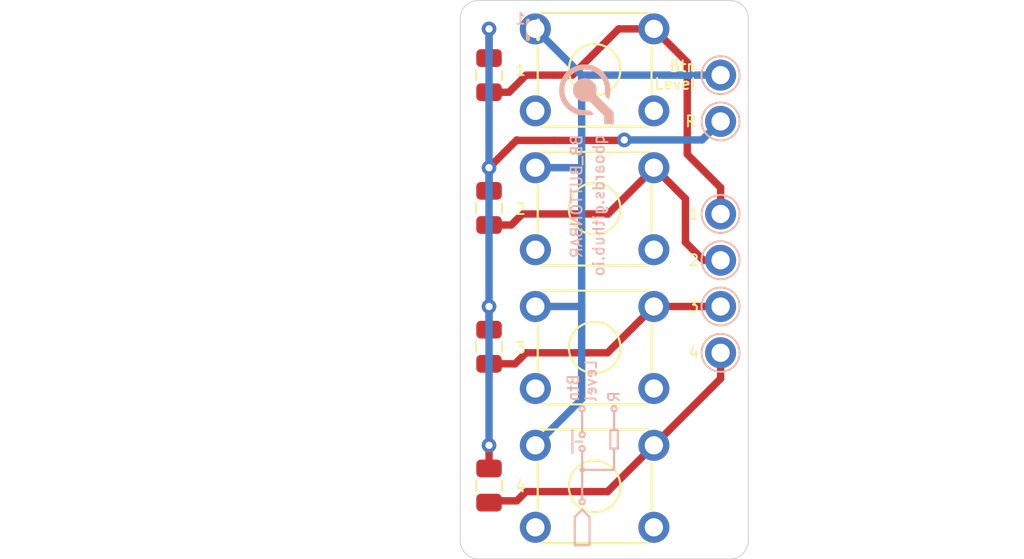
<source format=kicad_pcb>
(kicad_pcb (version 20171130) (host pcbnew "(5.1.2)-1")

  (general
    (thickness 1.2)
    (drawings 37)
    (tracks 60)
    (zones 0)
    (modules 16)
    (nets 7)
  )

  (page A4)
  (title_block
    (title BB-BUTTONBAR)
    (rev 1)
    (company QBoards)
    (comment 1 "Button array breakout with pull up/down resistor")
  )

  (layers
    (0 F.Cu signal)
    (31 B.Cu signal)
    (32 B.Adhes user hide)
    (33 F.Adhes user hide)
    (34 B.Paste user hide)
    (35 F.Paste user hide)
    (36 B.SilkS user)
    (37 F.SilkS user hide)
    (38 B.Mask user hide)
    (39 F.Mask user hide)
    (40 Dwgs.User user hide)
    (41 Cmts.User user hide)
    (42 Eco1.User user hide)
    (43 Eco2.User user hide)
    (44 Edge.Cuts user)
    (45 Margin user hide)
    (46 B.CrtYd user hide)
    (47 F.CrtYd user hide)
    (48 B.Fab user hide)
    (49 F.Fab user hide)
  )

  (setup
    (last_trace_width 0.406)
    (user_trace_width 0.406)
    (trace_clearance 0.2032)
    (zone_clearance 0.508)
    (zone_45_only no)
    (trace_min 0.1524)
    (via_size 0.8)
    (via_drill 0.4)
    (via_min_size 0.4)
    (via_min_drill 0.3048)
    (uvia_size 0.3)
    (uvia_drill 0.1)
    (uvias_allowed no)
    (uvia_min_size 0.2)
    (uvia_min_drill 0.1)
    (edge_width 0.05)
    (segment_width 0.2)
    (pcb_text_width 0.3)
    (pcb_text_size 1.5 1.5)
    (mod_edge_width 0.12)
    (mod_text_size 1 1)
    (mod_text_width 0.15)
    (pad_size 1.524 1.524)
    (pad_drill 0.762)
    (pad_to_mask_clearance 0.051)
    (solder_mask_min_width 0.25)
    (aux_axis_origin 0 0)
    (visible_elements 7FFFFFFF)
    (pcbplotparams
      (layerselection 0x010fc_ffffffff)
      (usegerberextensions false)
      (usegerberattributes false)
      (usegerberadvancedattributes false)
      (creategerberjobfile false)
      (excludeedgelayer true)
      (linewidth 0.100000)
      (plotframeref false)
      (viasonmask false)
      (mode 1)
      (useauxorigin false)
      (hpglpennumber 1)
      (hpglpenspeed 20)
      (hpglpendiameter 15.000000)
      (psnegative false)
      (psa4output false)
      (plotreference true)
      (plotvalue true)
      (plotinvisibletext false)
      (padsonsilk false)
      (subtractmaskfromsilk false)
      (outputformat 1)
      (mirror false)
      (drillshape 0)
      (scaleselection 1)
      (outputdirectory "output/"))
  )

  (net 0 "")
  (net 1 "Net-(J2-Pad1)")
  (net 2 "Net-(J1-Pad1)")
  (net 3 "Net-(J3-Pad1)")
  (net 4 "Net-(J4-Pad1)")
  (net 5 "Net-(LEVEL1-Pad1)")
  (net 6 "Net-(LEVEL2-Pad1)")

  (net_class Default "This is the default net class."
    (clearance 0.2032)
    (trace_width 0.2032)
    (via_dia 0.8)
    (via_drill 0.4)
    (uvia_dia 0.3)
    (uvia_drill 0.1)
    (add_net "Net-(J1-Pad1)")
    (add_net "Net-(J2-Pad1)")
    (add_net "Net-(J3-Pad1)")
    (add_net "Net-(J4-Pad1)")
    (add_net "Net-(LEVEL1-Pad1)")
    (add_net "Net-(LEVEL2-Pad1)")
  )

  (module qboards_aesthetics:logo_url-3mm (layer B.Cu) (tedit 5CF579B1) (tstamp 601290B4)
    (at 165.2778 94.742 270)
    (fp_text reference BB_BUTTONBAR (at 2.4384 0.4572 90) (layer B.SilkS)
      (effects (font (size 0.6 0.6) (thickness 0.1)) (justify left mirror))
    )
    (fp_text value LOGO_BRD_REF (at 0 -2.3622 90) (layer B.SilkS) hide
      (effects (font (size 0.6 0.6) (thickness 0.1)) (justify mirror))
    )
    (fp_text user qboards.github.io (at 2.4384 -0.762 90) (layer B.SilkS)
      (effects (font (size 0.6 0.6) (thickness 0.1)) (justify left mirror))
    )
    (fp_poly (pts (xy 0.301751 1.394461) (xy 0.582667 1.316111) (xy 0.844161 1.176542) (xy 1.075553 0.974514)
      (xy 1.266161 0.708785) (xy 1.303875 0.636973) (xy 1.37773 0.475836) (xy 1.419998 0.342842)
      (xy 1.439126 0.20029) (xy 1.443566 0.013664) (xy 1.439594 -0.157438) (xy 1.429078 -0.303015)
      (xy 1.414115 -0.396238) (xy 1.410711 -0.406392) (xy 1.383931 -0.456332) (xy 1.348489 -0.45341)
      (xy 1.279461 -0.394371) (xy 1.273128 -0.388429) (xy 1.21484 -0.321997) (xy 1.182885 -0.243632)
      (xy 1.169652 -0.126196) (xy 1.16747 -0.011671) (xy 1.130012 0.29018) (xy 1.02716 0.553497)
      (xy 0.869991 0.773577) (xy 0.669584 0.945712) (xy 0.437018 1.065199) (xy 0.183372 1.127332)
      (xy -0.080277 1.127405) (xy -0.342849 1.060714) (xy -0.593266 0.922552) (xy -0.738616 0.797882)
      (xy -0.922376 0.561969) (xy -1.032169 0.306442) (xy -1.072891 0.042499) (xy -1.049439 -0.218666)
      (xy -0.966708 -0.465853) (xy -0.829594 -0.687868) (xy -0.642992 -0.873513) (xy -0.411797 -1.011592)
      (xy -0.140906 -1.090908) (xy 0.09333 -1.104832) (xy 0.248968 -1.102978) (xy 0.34842 -1.116252)
      (xy 0.419803 -1.151909) (xy 0.478353 -1.204178) (xy 0.587693 -1.313518) (xy 0.422963 -1.359256)
      (xy 0.178868 -1.397375) (xy -0.090528 -1.392549) (xy -0.338117 -1.345713) (xy -0.343492 -1.344052)
      (xy -0.660977 -1.204782) (xy -0.925946 -1.007348) (xy -1.132568 -0.76185) (xy -1.275016 -0.47839)
      (xy -1.347458 -0.167068) (xy -1.344068 0.162016) (xy -1.311358 0.333052) (xy -1.193529 0.648479)
      (xy -1.020362 0.911375) (xy -0.802536 1.1205) (xy -0.550731 1.274612) (xy -0.275628 1.372471)
      (xy 0.012092 1.412834) (xy 0.301751 1.394461)) (layer B.SilkS) (width 0.01))
    (fp_poly (pts (xy 0.229107 0.630267) (xy 0.384132 0.565267) (xy 0.392712 0.559141) (xy 0.571873 0.387566)
      (xy 0.671563 0.193924) (xy 0.695785 -0.029709) (xy 0.695247 -0.039303) (xy 0.681566 -0.260639)
      (xy 1.082897 -0.66372) (xy 1.484227 -1.0668) (xy 1.9304 -1.0668) (xy 1.9304 -1.5748)
      (xy 1.272852 -1.5748) (xy 0.794695 -1.095283) (xy 0.316537 -0.615765) (xy 0.096885 -0.633387)
      (xy -0.056582 -0.636172) (xy -0.169617 -0.608257) (xy -0.267041 -0.551988) (xy -0.441484 -0.406408)
      (xy -0.543765 -0.250165) (xy -0.585771 -0.062377) (xy -0.588434 0.0127) (xy -0.563995 0.217089)
      (xy -0.482479 0.383076) (xy -0.331592 0.533767) (xy -0.296964 0.560417) (xy -0.146721 0.627908)
      (xy 0.040396 0.651169) (xy 0.229107 0.630267)) (layer B.SilkS) (width 0.01))
  )

  (module qboards_aesthetics:breadboard-guide (layer F.Cu) (tedit 5CF80C42) (tstamp 6011D50D)
    (at 137.16 93.98)
    (fp_text reference REF** (at 53.34 10.16 90) (layer F.SilkS) hide
      (effects (font (size 0.8 0.8) (thickness 0.15)))
    )
    (fp_text value breadboard-guide (at -5.08 11.43 90) (layer F.Fab) hide
      (effects (font (size 1 1) (thickness 0.15)))
    )
    (fp_line (start 52.07 24.13) (end 52.07 -1.27) (layer F.Fab) (width 0.3))
    (fp_line (start -3.81 24.13) (end -3.81 -1.27) (layer F.Fab) (width 0.3))
    (fp_circle (center 15.24 22.86) (end 15.763634 22.86) (layer F.Fab) (width 0.4))
    (fp_circle (center 15.24 20.32) (end 15.763634 20.32) (layer F.Fab) (width 0.4))
    (fp_circle (center 15.24 17.78) (end 15.763634 17.78) (layer F.Fab) (width 0.4))
    (fp_circle (center 15.24 15.24) (end 15.763634 15.24) (layer F.Fab) (width 0.4))
    (fp_circle (center 15.24 12.7) (end 15.763634 12.7) (layer F.Fab) (width 0.4))
    (fp_circle (center 15.24 10.16) (end 15.763634 10.16) (layer F.Fab) (width 0.4))
    (fp_circle (center 15.24 7.62) (end 15.763634 7.62) (layer F.Fab) (width 0.4))
    (fp_circle (center 15.24 5.08) (end 15.763634 5.08) (layer F.Fab) (width 0.4))
    (fp_circle (center 15.24 2.54) (end 15.763634 2.54) (layer F.Fab) (width 0.4))
    (fp_circle (center 27.94 22.86) (end 28.463634 22.86) (layer F.Fab) (width 0.4))
    (fp_circle (center 27.94 20.32) (end 28.463634 20.32) (layer F.Fab) (width 0.4))
    (fp_circle (center 27.94 17.78) (end 28.463634 17.78) (layer F.Fab) (width 0.4))
    (fp_circle (center 27.94 15.24) (end 28.463634 15.24) (layer F.Fab) (width 0.4))
    (fp_circle (center 27.94 12.7) (end 28.463634 12.7) (layer F.Fab) (width 0.4))
    (fp_circle (center 27.94 10.16) (end 28.463634 10.16) (layer F.Fab) (width 0.4))
    (fp_circle (center 27.94 7.62) (end 28.463634 7.62) (layer F.Fab) (width 0.4))
    (fp_circle (center 27.94 5.08) (end 28.463634 5.08) (layer F.Fab) (width 0.4))
    (fp_circle (center 27.94 2.54) (end 28.463634 2.54) (layer F.Fab) (width 0.4))
    (fp_circle (center 2.524366 22.86) (end 3.048 22.86) (layer F.Fab) (width 0.4))
    (fp_circle (center 2.524366 20.32) (end 3.048 20.32) (layer F.Fab) (width 0.4))
    (fp_circle (center 2.524366 17.78) (end 3.048 17.78) (layer F.Fab) (width 0.4))
    (fp_circle (center 2.524366 15.24) (end 3.048 15.24) (layer F.Fab) (width 0.4))
    (fp_circle (center 2.524366 12.7) (end 3.048 12.7) (layer F.Fab) (width 0.4))
    (fp_circle (center 2.524366 10.16) (end 3.048 10.16) (layer F.Fab) (width 0.4))
    (fp_circle (center 2.524366 7.62) (end 3.048 7.62) (layer F.Fab) (width 0.4))
    (fp_circle (center 2.524366 5.08) (end 3.048 5.08) (layer F.Fab) (width 0.4))
    (fp_circle (center 2.524366 2.54) (end 3.048 2.54) (layer F.Fab) (width 0.4))
    (fp_circle (center 12.7 22.86) (end 13.223634 22.86) (layer F.Fab) (width 0.4))
    (fp_circle (center 12.7 20.32) (end 13.223634 20.32) (layer F.Fab) (width 0.4))
    (fp_circle (center 12.7 17.78) (end 13.223634 17.78) (layer F.Fab) (width 0.4))
    (fp_circle (center 12.7 15.24) (end 13.223634 15.24) (layer F.Fab) (width 0.4))
    (fp_circle (center 12.7 12.7) (end 13.223634 12.7) (layer F.Fab) (width 0.4))
    (fp_circle (center 12.7 10.16) (end 13.223634 10.16) (layer F.Fab) (width 0.4))
    (fp_circle (center 12.7 7.62) (end 13.223634 7.62) (layer F.Fab) (width 0.4))
    (fp_circle (center 12.7 5.08) (end 13.223634 5.08) (layer F.Fab) (width 0.4))
    (fp_circle (center 12.7 2.54) (end 13.223634 2.54) (layer F.Fab) (width 0.4))
    (fp_circle (center 17.78 22.86) (end 18.303634 22.86) (layer F.Fab) (width 0.4))
    (fp_circle (center 17.78 20.32) (end 18.303634 20.32) (layer F.Fab) (width 0.4))
    (fp_circle (center 17.78 17.78) (end 18.303634 17.78) (layer F.Fab) (width 0.4))
    (fp_circle (center 17.78 15.24) (end 18.303634 15.24) (layer F.Fab) (width 0.4))
    (fp_circle (center 17.78 12.7) (end 18.303634 12.7) (layer F.Fab) (width 0.4))
    (fp_circle (center 17.78 10.16) (end 18.303634 10.16) (layer F.Fab) (width 0.4))
    (fp_circle (center 17.78 7.62) (end 18.303634 7.62) (layer F.Fab) (width 0.4))
    (fp_circle (center 17.78 5.08) (end 18.303634 5.08) (layer F.Fab) (width 0.4))
    (fp_circle (center 17.78 2.54) (end 18.303634 2.54) (layer F.Fab) (width 0.4))
    (fp_circle (center 48.244366 22.86) (end 48.768 22.86) (layer F.Fab) (width 0.4))
    (fp_circle (center 48.244366 20.32) (end 48.768 20.32) (layer F.Fab) (width 0.4))
    (fp_circle (center 48.244366 17.78) (end 48.768 17.78) (layer F.Fab) (width 0.4))
    (fp_circle (center 48.244366 15.24) (end 48.768 15.24) (layer F.Fab) (width 0.4))
    (fp_circle (center 48.244366 12.7) (end 48.768 12.7) (layer F.Fab) (width 0.4))
    (fp_circle (center 48.244366 10.16) (end 48.768 10.16) (layer F.Fab) (width 0.4))
    (fp_circle (center 48.244366 7.62) (end 48.768 7.62) (layer F.Fab) (width 0.4))
    (fp_circle (center 48.244366 5.08) (end 48.768 5.08) (layer F.Fab) (width 0.4))
    (fp_circle (center 48.244366 2.54) (end 48.768 2.54) (layer F.Fab) (width 0.4))
    (fp_circle (center 45.72 22.86) (end 46.243634 22.86) (layer F.Fab) (width 0.4))
    (fp_circle (center 45.72 20.32) (end 46.243634 20.32) (layer F.Fab) (width 0.4))
    (fp_circle (center 45.72 17.78) (end 46.243634 17.78) (layer F.Fab) (width 0.4))
    (fp_circle (center 45.72 15.24) (end 46.243634 15.24) (layer F.Fab) (width 0.4))
    (fp_circle (center 45.72 12.7) (end 46.243634 12.7) (layer F.Fab) (width 0.4))
    (fp_circle (center 45.72 10.16) (end 46.243634 10.16) (layer F.Fab) (width 0.4))
    (fp_circle (center 45.72 7.62) (end 46.243634 7.62) (layer F.Fab) (width 0.4))
    (fp_circle (center 45.72 5.08) (end 46.243634 5.08) (layer F.Fab) (width 0.4))
    (fp_circle (center 45.72 2.54) (end 46.243634 2.54) (layer F.Fab) (width 0.4))
    (fp_circle (center 0 22.86) (end 0.523634 22.86) (layer F.Fab) (width 0.4))
    (fp_circle (center 0 20.32) (end 0.523634 20.32) (layer F.Fab) (width 0.4))
    (fp_circle (center 0 17.78) (end 0.523634 17.78) (layer F.Fab) (width 0.4))
    (fp_circle (center 0 15.24) (end 0.523634 15.24) (layer F.Fab) (width 0.4))
    (fp_circle (center 0 12.7) (end 0.523634 12.7) (layer F.Fab) (width 0.4))
    (fp_circle (center 0 10.16) (end 0.523634 10.16) (layer F.Fab) (width 0.4))
    (fp_circle (center 0 7.62) (end 0.523634 7.62) (layer F.Fab) (width 0.4))
    (fp_circle (center 0 5.08) (end 0.523634 5.08) (layer F.Fab) (width 0.4))
    (fp_circle (center 0 2.54) (end 0.523634 2.54) (layer F.Fab) (width 0.4))
    (fp_circle (center 20.304366 22.86) (end 20.828 22.86) (layer F.Fab) (width 0.4))
    (fp_circle (center 20.304366 20.32) (end 20.828 20.32) (layer F.Fab) (width 0.4))
    (fp_circle (center 20.304366 17.78) (end 20.828 17.78) (layer F.Fab) (width 0.4))
    (fp_circle (center 20.304366 15.24) (end 20.828 15.24) (layer F.Fab) (width 0.4))
    (fp_circle (center 20.304366 12.7) (end 20.828 12.7) (layer F.Fab) (width 0.4))
    (fp_circle (center 20.304366 10.16) (end 20.828 10.16) (layer F.Fab) (width 0.4))
    (fp_circle (center 20.304366 7.62) (end 20.828 7.62) (layer F.Fab) (width 0.4))
    (fp_circle (center 20.304366 5.08) (end 20.828 5.08) (layer F.Fab) (width 0.4))
    (fp_circle (center 20.304366 2.54) (end 20.828 2.54) (layer F.Fab) (width 0.4))
    (fp_circle (center 10.16 22.86) (end 10.683634 22.86) (layer F.Fab) (width 0.4))
    (fp_circle (center 10.16 20.32) (end 10.683634 20.32) (layer F.Fab) (width 0.4))
    (fp_circle (center 10.16 17.78) (end 10.683634 17.78) (layer F.Fab) (width 0.4))
    (fp_circle (center 10.16 15.24) (end 10.683634 15.24) (layer F.Fab) (width 0.4))
    (fp_circle (center 10.16 12.7) (end 10.683634 12.7) (layer F.Fab) (width 0.4))
    (fp_circle (center 10.16 10.16) (end 10.683634 10.16) (layer F.Fab) (width 0.4))
    (fp_circle (center 10.16 7.62) (end 10.683634 7.62) (layer F.Fab) (width 0.4))
    (fp_circle (center 10.16 5.08) (end 10.683634 5.08) (layer F.Fab) (width 0.4))
    (fp_circle (center 10.16 2.54) (end 10.683634 2.54) (layer F.Fab) (width 0.4))
    (fp_circle (center 33.02 22.86) (end 33.543634 22.86) (layer F.Fab) (width 0.4))
    (fp_circle (center 33.02 20.32) (end 33.543634 20.32) (layer F.Fab) (width 0.4))
    (fp_circle (center 33.02 17.78) (end 33.543634 17.78) (layer F.Fab) (width 0.4))
    (fp_circle (center 33.02 15.24) (end 33.543634 15.24) (layer F.Fab) (width 0.4))
    (fp_circle (center 33.02 12.7) (end 33.543634 12.7) (layer F.Fab) (width 0.4))
    (fp_circle (center 33.02 10.16) (end 33.543634 10.16) (layer F.Fab) (width 0.4))
    (fp_circle (center 33.02 7.62) (end 33.543634 7.62) (layer F.Fab) (width 0.4))
    (fp_circle (center 33.02 5.08) (end 33.543634 5.08) (layer F.Fab) (width 0.4))
    (fp_circle (center 33.02 2.54) (end 33.543634 2.54) (layer F.Fab) (width 0.4))
    (fp_circle (center 30.48 22.86) (end 31.003634 22.86) (layer F.Fab) (width 0.4))
    (fp_circle (center 30.48 20.32) (end 31.003634 20.32) (layer F.Fab) (width 0.4))
    (fp_circle (center 30.48 17.78) (end 31.003634 17.78) (layer F.Fab) (width 0.4))
    (fp_circle (center 30.48 15.24) (end 31.003634 15.24) (layer F.Fab) (width 0.4))
    (fp_circle (center 30.48 12.7) (end 31.003634 12.7) (layer F.Fab) (width 0.4))
    (fp_circle (center 30.48 10.16) (end 31.003634 10.16) (layer F.Fab) (width 0.4))
    (fp_circle (center 30.48 7.62) (end 31.003634 7.62) (layer F.Fab) (width 0.4))
    (fp_circle (center 30.48 5.08) (end 31.003634 5.08) (layer F.Fab) (width 0.4))
    (fp_circle (center 30.48 2.54) (end 31.003634 2.54) (layer F.Fab) (width 0.4))
    (fp_circle (center 35.56 22.86) (end 36.083634 22.86) (layer F.Fab) (width 0.4))
    (fp_circle (center 35.56 20.32) (end 36.083634 20.32) (layer F.Fab) (width 0.4))
    (fp_circle (center 35.56 17.78) (end 36.083634 17.78) (layer F.Fab) (width 0.4))
    (fp_circle (center 35.56 15.24) (end 36.083634 15.24) (layer F.Fab) (width 0.4))
    (fp_circle (center 35.56 12.7) (end 36.083634 12.7) (layer F.Fab) (width 0.4))
    (fp_circle (center 35.56 10.16) (end 36.083634 10.16) (layer F.Fab) (width 0.4))
    (fp_circle (center 35.56 7.62) (end 36.083634 7.62) (layer F.Fab) (width 0.4))
    (fp_circle (center 35.56 5.08) (end 36.083634 5.08) (layer F.Fab) (width 0.4))
    (fp_circle (center 35.56 2.54) (end 36.083634 2.54) (layer F.Fab) (width 0.4))
    (fp_circle (center 38.084366 22.86) (end 38.608 22.86) (layer F.Fab) (width 0.4))
    (fp_circle (center 38.084366 20.32) (end 38.608 20.32) (layer F.Fab) (width 0.4))
    (fp_circle (center 38.084366 17.78) (end 38.608 17.78) (layer F.Fab) (width 0.4))
    (fp_circle (center 38.084366 15.24) (end 38.608 15.24) (layer F.Fab) (width 0.4))
    (fp_circle (center 38.084366 12.7) (end 38.608 12.7) (layer F.Fab) (width 0.4))
    (fp_circle (center 38.084366 10.16) (end 38.608 10.16) (layer F.Fab) (width 0.4))
    (fp_circle (center 38.084366 7.62) (end 38.608 7.62) (layer F.Fab) (width 0.4))
    (fp_circle (center 38.084366 5.08) (end 38.608 5.08) (layer F.Fab) (width 0.4))
    (fp_circle (center 38.084366 2.54) (end 38.608 2.54) (layer F.Fab) (width 0.4))
    (fp_circle (center 10.16 0) (end 10.683634 0) (layer F.Fab) (width 0.4))
    (fp_circle (center 15.24 0) (end 15.763634 0) (layer F.Fab) (width 0.4))
    (fp_circle (center 12.7 0) (end 13.223634 0) (layer F.Fab) (width 0.4))
    (fp_circle (center 17.78 0) (end 18.303634 0) (layer F.Fab) (width 0.4))
    (fp_circle (center 20.304366 0) (end 20.828 0) (layer F.Fab) (width 0.4))
    (fp_circle (center 2.524366 0) (end 3.048 0) (layer F.Fab) (width 0.4))
    (fp_circle (center 0 0) (end 0.523634 0) (layer F.Fab) (width 0.4))
    (fp_circle (center 45.72 0) (end 46.243634 0) (layer F.Fab) (width 0.4))
    (fp_circle (center 48.244366 0) (end 48.768 0) (layer F.Fab) (width 0.4))
    (fp_circle (center 27.94 0) (end 28.463634 0) (layer F.Fab) (width 0.4))
    (fp_circle (center 30.48 0) (end 31.003634 0) (layer F.Fab) (width 0.4))
    (fp_circle (center 33.02 0) (end 33.543634 0) (layer F.Fab) (width 0.4))
    (fp_circle (center 35.56 0) (end 36.083634 0) (layer F.Fab) (width 0.4))
    (fp_circle (center 38.084366 0) (end 38.608 0) (layer F.Fab) (width 0.4))
  )

  (module Button_Switch_THT:SW_TH_Tactile_Omron_B3F-10xx (layer F.Cu) (tedit 5A02FE31) (tstamp 60128986)
    (at 162.56 114.3)
    (descr SW_TH_Tactile_Omron_B3F-10xx_https://www.omron.com/ecb/products/pdf/en-b3f.pdf)
    (tags "Omron B3F-10xx")
    (path /601347B5)
    (fp_text reference 4 (at -0.814 2.268) (layer F.SilkS)
      (effects (font (size 0.6 0.6) (thickness 0.1)))
    )
    (fp_text value SW_Push (at 3.2 6.5) (layer F.Fab)
      (effects (font (size 1 1) (thickness 0.15)))
    )
    (fp_line (start 0.25 5.25) (end 6.25 5.25) (layer F.Fab) (width 0.1))
    (fp_line (start 6.37 0.91) (end 6.37 3.59) (layer F.SilkS) (width 0.12))
    (fp_line (start 0.13 3.59) (end 0.13 0.91) (layer F.SilkS) (width 0.12))
    (fp_line (start 0.28 -0.87) (end 6.22 -0.87) (layer F.SilkS) (width 0.12))
    (fp_line (start 0.28 5.37) (end 6.22 5.37) (layer F.SilkS) (width 0.12))
    (fp_circle (center 3.25 2.25) (end 4.25 3.25) (layer F.SilkS) (width 0.12))
    (fp_line (start -1.1 -1.15) (end -1.1 5.6) (layer F.CrtYd) (width 0.05))
    (fp_line (start -1.1 5.6) (end 7.6 5.6) (layer F.CrtYd) (width 0.05))
    (fp_line (start 7.6 5.6) (end 7.6 -1.1) (layer F.CrtYd) (width 0.05))
    (fp_line (start 7.65 -1.15) (end -1.1 -1.15) (layer F.CrtYd) (width 0.05))
    (fp_text user %R (at 3.25 2.25) (layer F.Fab)
      (effects (font (size 1 1) (thickness 0.15)))
    )
    (fp_line (start 0.25 -0.75) (end 6.25 -0.75) (layer F.Fab) (width 0.1))
    (fp_line (start 6.25 -0.75) (end 6.25 5.25) (layer F.Fab) (width 0.1))
    (fp_line (start 0.25 -0.75) (end 0.25 5.25) (layer F.Fab) (width 0.1))
    (pad 1 thru_hole circle (at 0 0) (size 1.7 1.7) (drill 1) (layers *.Cu *.Mask)
      (net 5 "Net-(LEVEL1-Pad1)"))
    (pad 2 thru_hole circle (at 6.5 0) (size 1.7 1.7) (drill 1) (layers *.Cu *.Mask)
      (net 4 "Net-(J4-Pad1)"))
    (pad 3 thru_hole circle (at 0 4.5) (size 1.7 1.7) (drill 1) (layers *.Cu *.Mask))
    (pad 4 thru_hole circle (at 6.5 4.5) (size 1.7 1.7) (drill 1) (layers *.Cu *.Mask))
    (model ${KISYS3DMOD}/Button_Switch_THT.3dshapes/SW_TH_Tactile_Omron_B3F-10xx.wrl
      (at (xyz 0 0 0))
      (scale (xyz 1 1 1))
      (rotate (xyz 0 0 0))
    )
  )

  (module Button_Switch_THT:SW_TH_Tactile_Omron_B3F-10xx (layer F.Cu) (tedit 5A02FE31) (tstamp 601289C5)
    (at 162.56 106.68)
    (descr SW_TH_Tactile_Omron_B3F-10xx_https://www.omron.com/ecb/products/pdf/en-b3f.pdf)
    (tags "Omron B3F-10xx")
    (path /6011DC00)
    (fp_text reference 3 (at -0.814 2.268) (layer F.SilkS)
      (effects (font (size 0.6 0.6) (thickness 0.1)))
    )
    (fp_text value SW_Push (at 3.2 6.5) (layer F.Fab)
      (effects (font (size 1 1) (thickness 0.15)))
    )
    (fp_line (start 0.25 5.25) (end 6.25 5.25) (layer F.Fab) (width 0.1))
    (fp_line (start 6.37 0.91) (end 6.37 3.59) (layer F.SilkS) (width 0.12))
    (fp_line (start 0.13 3.59) (end 0.13 0.91) (layer F.SilkS) (width 0.12))
    (fp_line (start 0.28 -0.87) (end 6.22 -0.87) (layer F.SilkS) (width 0.12))
    (fp_line (start 0.28 5.37) (end 6.22 5.37) (layer F.SilkS) (width 0.12))
    (fp_circle (center 3.25 2.25) (end 4.25 3.25) (layer F.SilkS) (width 0.12))
    (fp_line (start -1.1 -1.15) (end -1.1 5.6) (layer F.CrtYd) (width 0.05))
    (fp_line (start -1.1 5.6) (end 7.6 5.6) (layer F.CrtYd) (width 0.05))
    (fp_line (start 7.6 5.6) (end 7.6 -1.1) (layer F.CrtYd) (width 0.05))
    (fp_line (start 7.65 -1.15) (end -1.1 -1.15) (layer F.CrtYd) (width 0.05))
    (fp_text user %R (at 3.25 2.25) (layer F.Fab)
      (effects (font (size 1 1) (thickness 0.15)))
    )
    (fp_line (start 0.25 -0.75) (end 6.25 -0.75) (layer F.Fab) (width 0.1))
    (fp_line (start 6.25 -0.75) (end 6.25 5.25) (layer F.Fab) (width 0.1))
    (fp_line (start 0.25 -0.75) (end 0.25 5.25) (layer F.Fab) (width 0.1))
    (pad 1 thru_hole circle (at 0 0) (size 1.7 1.7) (drill 1) (layers *.Cu *.Mask)
      (net 5 "Net-(LEVEL1-Pad1)"))
    (pad 2 thru_hole circle (at 6.5 0) (size 1.7 1.7) (drill 1) (layers *.Cu *.Mask)
      (net 3 "Net-(J3-Pad1)"))
    (pad 3 thru_hole circle (at 0 4.5) (size 1.7 1.7) (drill 1) (layers *.Cu *.Mask))
    (pad 4 thru_hole circle (at 6.5 4.5) (size 1.7 1.7) (drill 1) (layers *.Cu *.Mask))
    (model ${KISYS3DMOD}/Button_Switch_THT.3dshapes/SW_TH_Tactile_Omron_B3F-10xx.wrl
      (at (xyz 0 0 0))
      (scale (xyz 1 1 1))
      (rotate (xyz 0 0 0))
    )
  )

  (module Button_Switch_THT:SW_TH_Tactile_Omron_B3F-10xx (layer F.Cu) (tedit 5A02FE31) (tstamp 6011BCE6)
    (at 162.56 99.06)
    (descr SW_TH_Tactile_Omron_B3F-10xx_https://www.omron.com/ecb/products/pdf/en-b3f.pdf)
    (tags "Omron B3F-10xx")
    (path /60138C9C)
    (fp_text reference 2 (at -0.814 2.268) (layer F.SilkS)
      (effects (font (size 0.6 0.6) (thickness 0.1)))
    )
    (fp_text value SW_Push (at 3.2 6.5) (layer F.Fab)
      (effects (font (size 1 1) (thickness 0.15)))
    )
    (fp_line (start 0.25 5.25) (end 6.25 5.25) (layer F.Fab) (width 0.1))
    (fp_line (start 6.37 0.91) (end 6.37 3.59) (layer F.SilkS) (width 0.12))
    (fp_line (start 0.13 3.59) (end 0.13 0.91) (layer F.SilkS) (width 0.12))
    (fp_line (start 0.28 -0.87) (end 6.22 -0.87) (layer F.SilkS) (width 0.12))
    (fp_line (start 0.28 5.37) (end 6.22 5.37) (layer F.SilkS) (width 0.12))
    (fp_circle (center 3.25 2.25) (end 4.25 3.25) (layer F.SilkS) (width 0.12))
    (fp_line (start -1.1 -1.15) (end -1.1 5.6) (layer F.CrtYd) (width 0.05))
    (fp_line (start -1.1 5.6) (end 7.6 5.6) (layer F.CrtYd) (width 0.05))
    (fp_line (start 7.6 5.6) (end 7.6 -1.1) (layer F.CrtYd) (width 0.05))
    (fp_line (start 7.65 -1.15) (end -1.1 -1.15) (layer F.CrtYd) (width 0.05))
    (fp_text user %R (at 3.25 2.25) (layer F.Fab)
      (effects (font (size 1 1) (thickness 0.15)))
    )
    (fp_line (start 0.25 -0.75) (end 6.25 -0.75) (layer F.Fab) (width 0.1))
    (fp_line (start 6.25 -0.75) (end 6.25 5.25) (layer F.Fab) (width 0.1))
    (fp_line (start 0.25 -0.75) (end 0.25 5.25) (layer F.Fab) (width 0.1))
    (pad 1 thru_hole circle (at 0 0) (size 1.7 1.7) (drill 1) (layers *.Cu *.Mask)
      (net 5 "Net-(LEVEL1-Pad1)"))
    (pad 2 thru_hole circle (at 6.5 0) (size 1.7 1.7) (drill 1) (layers *.Cu *.Mask)
      (net 1 "Net-(J2-Pad1)"))
    (pad 3 thru_hole circle (at 0 4.5) (size 1.7 1.7) (drill 1) (layers *.Cu *.Mask))
    (pad 4 thru_hole circle (at 6.5 4.5) (size 1.7 1.7) (drill 1) (layers *.Cu *.Mask))
    (model ${KISYS3DMOD}/Button_Switch_THT.3dshapes/SW_TH_Tactile_Omron_B3F-10xx.wrl
      (at (xyz 0 0 0))
      (scale (xyz 1 1 1))
      (rotate (xyz 0 0 0))
    )
  )

  (module Button_Switch_THT:SW_TH_Tactile_Omron_B3F-10xx (layer F.Cu) (tedit 5A02FE31) (tstamp 6011D162)
    (at 162.56 91.44)
    (descr SW_TH_Tactile_Omron_B3F-10xx_https://www.omron.com/ecb/products/pdf/en-b3f.pdf)
    (tags "Omron B3F-10xx")
    (path /60139D14)
    (fp_text reference 1 (at -0.814 2.268) (layer F.SilkS)
      (effects (font (size 0.6 0.6) (thickness 0.1)))
    )
    (fp_text value SW_Push (at 3.2 6.5) (layer F.Fab)
      (effects (font (size 1 1) (thickness 0.15)))
    )
    (fp_line (start 0.25 5.25) (end 6.25 5.25) (layer F.Fab) (width 0.1))
    (fp_line (start 6.37 0.91) (end 6.37 3.59) (layer F.SilkS) (width 0.12))
    (fp_line (start 0.13 3.59) (end 0.13 0.91) (layer F.SilkS) (width 0.12))
    (fp_line (start 0.28 -0.87) (end 6.22 -0.87) (layer F.SilkS) (width 0.12))
    (fp_line (start 0.28 5.37) (end 6.22 5.37) (layer F.SilkS) (width 0.12))
    (fp_circle (center 3.25 2.25) (end 4.25 3.25) (layer F.SilkS) (width 0.12))
    (fp_line (start -1.1 -1.15) (end -1.1 5.6) (layer F.CrtYd) (width 0.05))
    (fp_line (start -1.1 5.6) (end 7.6 5.6) (layer F.CrtYd) (width 0.05))
    (fp_line (start 7.6 5.6) (end 7.6 -1.1) (layer F.CrtYd) (width 0.05))
    (fp_line (start 7.65 -1.15) (end -1.1 -1.15) (layer F.CrtYd) (width 0.05))
    (fp_text user %R (at 3.25 2.25) (layer F.Fab)
      (effects (font (size 1 1) (thickness 0.15)))
    )
    (fp_line (start 0.25 -0.75) (end 6.25 -0.75) (layer F.Fab) (width 0.1))
    (fp_line (start 6.25 -0.75) (end 6.25 5.25) (layer F.Fab) (width 0.1))
    (fp_line (start 0.25 -0.75) (end 0.25 5.25) (layer F.Fab) (width 0.1))
    (pad 1 thru_hole circle (at 0 0) (size 1.7 1.7) (drill 1) (layers *.Cu *.Mask)
      (net 5 "Net-(LEVEL1-Pad1)"))
    (pad 2 thru_hole circle (at 6.5 0) (size 1.7 1.7) (drill 1) (layers *.Cu *.Mask)
      (net 2 "Net-(J1-Pad1)"))
    (pad 3 thru_hole circle (at 0 4.5) (size 1.7 1.7) (drill 1) (layers *.Cu *.Mask))
    (pad 4 thru_hole circle (at 6.5 4.5) (size 1.7 1.7) (drill 1) (layers *.Cu *.Mask))
    (model ${KISYS3DMOD}/Button_Switch_THT.3dshapes/SW_TH_Tactile_Omron_B3F-10xx.wrl
      (at (xyz 0 0 0))
      (scale (xyz 1 1 1))
      (rotate (xyz 0 0 0))
    )
  )

  (module Resistor_SMD:R_0805_2012Metric (layer F.Cu) (tedit 5B36C52B) (tstamp 6011BC76)
    (at 160.02 116.5075 270)
    (descr "Resistor SMD 0805 (2012 Metric), square (rectangular) end terminal, IPC_7351 nominal, (Body size source: https://docs.google.com/spreadsheets/d/1BsfQQcO9C6DZCsRaXUlFlo91Tg2WpOkGARC1WS5S8t0/edit?usp=sharing), generated with kicad-footprint-generator")
    (tags resistor)
    (path /601347AF)
    (attr smd)
    (fp_text reference R4 (at 0 -1.65 90) (layer F.SilkS) hide
      (effects (font (size 0.8 0.8) (thickness 0.15)))
    )
    (fp_text value R (at 0 1.65 90) (layer F.Fab)
      (effects (font (size 1 1) (thickness 0.15)))
    )
    (fp_text user %R (at 0 0 90) (layer F.Fab)
      (effects (font (size 0.5 0.5) (thickness 0.08)))
    )
    (fp_line (start 1.68 0.95) (end -1.68 0.95) (layer F.CrtYd) (width 0.05))
    (fp_line (start 1.68 -0.95) (end 1.68 0.95) (layer F.CrtYd) (width 0.05))
    (fp_line (start -1.68 -0.95) (end 1.68 -0.95) (layer F.CrtYd) (width 0.05))
    (fp_line (start -1.68 0.95) (end -1.68 -0.95) (layer F.CrtYd) (width 0.05))
    (fp_line (start -0.258578 0.71) (end 0.258578 0.71) (layer F.SilkS) (width 0.12))
    (fp_line (start -0.258578 -0.71) (end 0.258578 -0.71) (layer F.SilkS) (width 0.12))
    (fp_line (start 1 0.6) (end -1 0.6) (layer F.Fab) (width 0.1))
    (fp_line (start 1 -0.6) (end 1 0.6) (layer F.Fab) (width 0.1))
    (fp_line (start -1 -0.6) (end 1 -0.6) (layer F.Fab) (width 0.1))
    (fp_line (start -1 0.6) (end -1 -0.6) (layer F.Fab) (width 0.1))
    (pad 2 smd roundrect (at 0.9375 0 270) (size 0.975 1.4) (layers F.Cu F.Paste F.Mask) (roundrect_rratio 0.25)
      (net 4 "Net-(J4-Pad1)"))
    (pad 1 smd roundrect (at -0.9375 0 270) (size 0.975 1.4) (layers F.Cu F.Paste F.Mask) (roundrect_rratio 0.25)
      (net 6 "Net-(LEVEL2-Pad1)"))
    (model ${KISYS3DMOD}/Resistor_SMD.3dshapes/R_0805_2012Metric.wrl
      (at (xyz 0 0 0))
      (scale (xyz 1 1 1))
      (rotate (xyz 0 0 0))
    )
  )

  (module Resistor_SMD:R_0805_2012Metric (layer F.Cu) (tedit 5B36C52B) (tstamp 6011BC55)
    (at 160.02 101.2675 270)
    (descr "Resistor SMD 0805 (2012 Metric), square (rectangular) end terminal, IPC_7351 nominal, (Body size source: https://docs.google.com/spreadsheets/d/1BsfQQcO9C6DZCsRaXUlFlo91Tg2WpOkGARC1WS5S8t0/edit?usp=sharing), generated with kicad-footprint-generator")
    (tags resistor)
    (path /60138C96)
    (attr smd)
    (fp_text reference R2 (at 0 -1.65 90) (layer F.SilkS) hide
      (effects (font (size 0.8 0.8) (thickness 0.15)))
    )
    (fp_text value R (at 0 1.65 90) (layer F.Fab)
      (effects (font (size 1 1) (thickness 0.15)))
    )
    (fp_text user %R (at 0 0 90) (layer F.Fab)
      (effects (font (size 0.5 0.5) (thickness 0.08)))
    )
    (fp_line (start 1.68 0.95) (end -1.68 0.95) (layer F.CrtYd) (width 0.05))
    (fp_line (start 1.68 -0.95) (end 1.68 0.95) (layer F.CrtYd) (width 0.05))
    (fp_line (start -1.68 -0.95) (end 1.68 -0.95) (layer F.CrtYd) (width 0.05))
    (fp_line (start -1.68 0.95) (end -1.68 -0.95) (layer F.CrtYd) (width 0.05))
    (fp_line (start -0.258578 0.71) (end 0.258578 0.71) (layer F.SilkS) (width 0.12))
    (fp_line (start -0.258578 -0.71) (end 0.258578 -0.71) (layer F.SilkS) (width 0.12))
    (fp_line (start 1 0.6) (end -1 0.6) (layer F.Fab) (width 0.1))
    (fp_line (start 1 -0.6) (end 1 0.6) (layer F.Fab) (width 0.1))
    (fp_line (start -1 -0.6) (end 1 -0.6) (layer F.Fab) (width 0.1))
    (fp_line (start -1 0.6) (end -1 -0.6) (layer F.Fab) (width 0.1))
    (pad 2 smd roundrect (at 0.9375 0 270) (size 0.975 1.4) (layers F.Cu F.Paste F.Mask) (roundrect_rratio 0.25)
      (net 1 "Net-(J2-Pad1)"))
    (pad 1 smd roundrect (at -0.9375 0 270) (size 0.975 1.4) (layers F.Cu F.Paste F.Mask) (roundrect_rratio 0.25)
      (net 6 "Net-(LEVEL2-Pad1)"))
    (model ${KISYS3DMOD}/Resistor_SMD.3dshapes/R_0805_2012Metric.wrl
      (at (xyz 0 0 0))
      (scale (xyz 1 1 1))
      (rotate (xyz 0 0 0))
    )
  )

  (module Resistor_SMD:R_0805_2012Metric (layer F.Cu) (tedit 5B36C52B) (tstamp 6011BC44)
    (at 160.02 93.98 270)
    (descr "Resistor SMD 0805 (2012 Metric), square (rectangular) end terminal, IPC_7351 nominal, (Body size source: https://docs.google.com/spreadsheets/d/1BsfQQcO9C6DZCsRaXUlFlo91Tg2WpOkGARC1WS5S8t0/edit?usp=sharing), generated with kicad-footprint-generator")
    (tags resistor)
    (path /60139D0E)
    (attr smd)
    (fp_text reference R1 (at 0 -1.65 90) (layer F.SilkS) hide
      (effects (font (size 0.8 0.8) (thickness 0.15)))
    )
    (fp_text value R (at 0 1.65 90) (layer F.Fab)
      (effects (font (size 1 1) (thickness 0.15)))
    )
    (fp_text user %R (at 0 0 90) (layer F.Fab)
      (effects (font (size 0.5 0.5) (thickness 0.08)))
    )
    (fp_line (start 1.68 0.95) (end -1.68 0.95) (layer F.CrtYd) (width 0.05))
    (fp_line (start 1.68 -0.95) (end 1.68 0.95) (layer F.CrtYd) (width 0.05))
    (fp_line (start -1.68 -0.95) (end 1.68 -0.95) (layer F.CrtYd) (width 0.05))
    (fp_line (start -1.68 0.95) (end -1.68 -0.95) (layer F.CrtYd) (width 0.05))
    (fp_line (start -0.258578 0.71) (end 0.258578 0.71) (layer F.SilkS) (width 0.12))
    (fp_line (start -0.258578 -0.71) (end 0.258578 -0.71) (layer F.SilkS) (width 0.12))
    (fp_line (start 1 0.6) (end -1 0.6) (layer F.Fab) (width 0.1))
    (fp_line (start 1 -0.6) (end 1 0.6) (layer F.Fab) (width 0.1))
    (fp_line (start -1 -0.6) (end 1 -0.6) (layer F.Fab) (width 0.1))
    (fp_line (start -1 0.6) (end -1 -0.6) (layer F.Fab) (width 0.1))
    (pad 2 smd roundrect (at 0.9375 0 270) (size 0.975 1.4) (layers F.Cu F.Paste F.Mask) (roundrect_rratio 0.25)
      (net 2 "Net-(J1-Pad1)"))
    (pad 1 smd roundrect (at -0.9375 0 270) (size 0.975 1.4) (layers F.Cu F.Paste F.Mask) (roundrect_rratio 0.25)
      (net 6 "Net-(LEVEL2-Pad1)"))
    (model ${KISYS3DMOD}/Resistor_SMD.3dshapes/R_0805_2012Metric.wrl
      (at (xyz 0 0 0))
      (scale (xyz 1 1 1))
      (rotate (xyz 0 0 0))
    )
  )

  (module qboards_connectors:PinHeader_1x01_P2.54mm_Vertical_dual (layer F.Cu) (tedit 5DA3226D) (tstamp 6011BC33)
    (at 172.72 96.52)
    (descr "Through hole straight pin header, 1x07, 2.54mm pitch, single row")
    (tags "Through hole pin header THT 1x07 2.54mm single row")
    (path /601521DC)
    (fp_text reference LEVEL2 (at -0.0508 -1.8288) (layer F.SilkS) hide
      (effects (font (size 0.8 0.8) (thickness 0.1)))
    )
    (fp_text value Conn_01x01_Male (at -0.1524 2.4384) (layer B.Fab)
      (effects (font (size 1 1) (thickness 0.15)) (justify mirror))
    )
    (fp_text user 1 (at 1.8034 0) (layer B.SilkS) hide
      (effects (font (size 0.6 0.6) (thickness 0.1)) (justify mirror))
    )
    (fp_circle (center 0 0) (end 0.0254 -1.0414) (layer B.SilkS) (width 0.1))
    (fp_line (start -1.27 1.27) (end 1.27 1.27) (layer B.CrtYd) (width 0.12))
    (fp_line (start -1.27 -1.26) (end -1.27 1.27) (layer B.CrtYd) (width 0.12))
    (fp_line (start 1.27 -1.26) (end -1.27 -1.26) (layer B.CrtYd) (width 0.12))
    (fp_line (start 1.27 1.27) (end 1.27 -1.26) (layer B.CrtYd) (width 0.12))
    (fp_text user R (at -1.27 0) (layer F.SilkS) hide
      (effects (font (size 0.6 0.6) (thickness 0.1)) (justify right))
    )
    (fp_circle (center 0 0) (end 0.8128 0.6604) (layer F.SilkS) (width 0.1))
    (fp_line (start -0.635 -1.27) (end 1.27 -1.27) (layer B.Fab) (width 0.1))
    (fp_line (start 1.27 -1.27) (end 1.27 1.27) (layer B.Fab) (width 0.1))
    (fp_line (start 1.27 1.27) (end -1.27 1.27) (layer B.Fab) (width 0.1))
    (fp_line (start -1.27 1.27) (end -1.27 -0.635) (layer B.Fab) (width 0.1))
    (fp_line (start -1.27 -0.635) (end -0.635 -1.27) (layer B.Fab) (width 0.1))
    (fp_line (start -1.016 -1.016) (end -1.016 1.0414) (layer F.CrtYd) (width 0.05))
    (fp_line (start -1.016 1.0414) (end 1.016 1.0414) (layer F.CrtYd) (width 0.05))
    (fp_line (start 1.016 1.0414) (end 1.016 -1.016) (layer F.CrtYd) (width 0.05))
    (fp_line (start 1.016 -1.016) (end -1.016 -1.016) (layer F.CrtYd) (width 0.05))
    (fp_text user %R (at 0.0508 2.54 90) (layer B.Fab)
      (effects (font (size 1 1) (thickness 0.15)) (justify mirror))
    )
    (pad 1 thru_hole circle (at 0 0) (size 1.7 1.7) (drill 1) (layers *.Cu *.Mask)
      (net 6 "Net-(LEVEL2-Pad1)"))
    (model ${KISYS3DMOD}/Connector_PinHeader_2.54mm.3dshapes/PinHeader_1x01_P2.54mm_Vertical.wrl
      (offset (xyz 0 0 -2))
      (scale (xyz 1 1 1))
      (rotate (xyz 0 180 0))
    )
  )

  (module qboards_connectors:PinHeader_1x01_P2.54mm_Vertical_dual (layer F.Cu) (tedit 5DA3226D) (tstamp 6011BC1C)
    (at 172.72 93.98)
    (descr "Through hole straight pin header, 1x07, 2.54mm pitch, single row")
    (tags "Through hole pin header THT 1x07 2.54mm single row")
    (path /60159563)
    (fp_text reference LEVEL1 (at -0.0508 -1.8288) (layer F.SilkS) hide
      (effects (font (size 0.8 0.8) (thickness 0.1)))
    )
    (fp_text value Conn_01x01_Male (at -0.1524 2.4384) (layer B.Fab)
      (effects (font (size 1 1) (thickness 0.15)) (justify mirror))
    )
    (fp_text user 1 (at 1.8034 0) (layer B.SilkS) hide
      (effects (font (size 0.6 0.6) (thickness 0.1)) (justify mirror))
    )
    (fp_circle (center 0 0) (end 0.0254 -1.0414) (layer B.SilkS) (width 0.1))
    (fp_line (start -1.27 1.27) (end 1.27 1.27) (layer B.CrtYd) (width 0.12))
    (fp_line (start -1.27 -1.26) (end -1.27 1.27) (layer B.CrtYd) (width 0.12))
    (fp_line (start 1.27 -1.26) (end -1.27 -1.26) (layer B.CrtYd) (width 0.12))
    (fp_line (start 1.27 1.27) (end 1.27 -1.26) (layer B.CrtYd) (width 0.12))
    (fp_text user "BTN level" (at 7.874 1.524 180) (layer F.SilkS) hide
      (effects (font (size 0.6 0.6) (thickness 0.1)) (justify right))
    )
    (fp_circle (center 0 0) (end 0.8128 0.6604) (layer F.SilkS) (width 0.1))
    (fp_line (start -0.635 -1.27) (end 1.27 -1.27) (layer B.Fab) (width 0.1))
    (fp_line (start 1.27 -1.27) (end 1.27 1.27) (layer B.Fab) (width 0.1))
    (fp_line (start 1.27 1.27) (end -1.27 1.27) (layer B.Fab) (width 0.1))
    (fp_line (start -1.27 1.27) (end -1.27 -0.635) (layer B.Fab) (width 0.1))
    (fp_line (start -1.27 -0.635) (end -0.635 -1.27) (layer B.Fab) (width 0.1))
    (fp_line (start -1.016 -1.016) (end -1.016 1.0414) (layer F.CrtYd) (width 0.05))
    (fp_line (start -1.016 1.0414) (end 1.016 1.0414) (layer F.CrtYd) (width 0.05))
    (fp_line (start 1.016 1.0414) (end 1.016 -1.016) (layer F.CrtYd) (width 0.05))
    (fp_line (start 1.016 -1.016) (end -1.016 -1.016) (layer F.CrtYd) (width 0.05))
    (fp_text user %R (at 0.0508 2.54 90) (layer B.Fab)
      (effects (font (size 1 1) (thickness 0.15)) (justify mirror))
    )
    (pad 1 thru_hole circle (at 0 0) (size 1.7 1.7) (drill 1) (layers *.Cu *.Mask)
      (net 5 "Net-(LEVEL1-Pad1)"))
    (model ${KISYS3DMOD}/Connector_PinHeader_2.54mm.3dshapes/PinHeader_1x01_P2.54mm_Vertical.wrl
      (offset (xyz 0 0 -2))
      (scale (xyz 1 1 1))
      (rotate (xyz 0 180 0))
    )
  )

  (module qboards_connectors:PinHeader_1x01_P2.54mm_Vertical_dual (layer F.Cu) (tedit 5DA3226D) (tstamp 6011BBA9)
    (at 172.72 109.22)
    (descr "Through hole straight pin header, 1x07, 2.54mm pitch, single row")
    (tags "Through hole pin header THT 1x07 2.54mm single row")
    (path /60163F0A)
    (fp_text reference J4 (at -0.0508 -1.8288) (layer F.SilkS) hide
      (effects (font (size 0.8 0.8) (thickness 0.1)))
    )
    (fp_text value Conn_01x01_Male (at -0.1524 2.4384) (layer B.Fab)
      (effects (font (size 1 1) (thickness 0.15)) (justify mirror))
    )
    (fp_text user 1 (at 1.8034 0) (layer B.SilkS) hide
      (effects (font (size 0.6 0.6) (thickness 0.1)) (justify mirror))
    )
    (fp_circle (center 0 0) (end 0.0254 -1.0414) (layer B.SilkS) (width 0.1))
    (fp_line (start -1.27 1.27) (end 1.27 1.27) (layer B.CrtYd) (width 0.12))
    (fp_line (start -1.27 -1.26) (end -1.27 1.27) (layer B.CrtYd) (width 0.12))
    (fp_line (start 1.27 -1.26) (end -1.27 -1.26) (layer B.CrtYd) (width 0.12))
    (fp_line (start 1.27 1.27) (end 1.27 -1.26) (layer B.CrtYd) (width 0.12))
    (fp_text user 4 (at -1.8288 0) (layer F.SilkS)
      (effects (font (size 0.6 0.6) (thickness 0.1)) (justify left))
    )
    (fp_circle (center 0 0) (end 0.8128 0.6604) (layer F.SilkS) (width 0.1))
    (fp_line (start -0.635 -1.27) (end 1.27 -1.27) (layer B.Fab) (width 0.1))
    (fp_line (start 1.27 -1.27) (end 1.27 1.27) (layer B.Fab) (width 0.1))
    (fp_line (start 1.27 1.27) (end -1.27 1.27) (layer B.Fab) (width 0.1))
    (fp_line (start -1.27 1.27) (end -1.27 -0.635) (layer B.Fab) (width 0.1))
    (fp_line (start -1.27 -0.635) (end -0.635 -1.27) (layer B.Fab) (width 0.1))
    (fp_line (start -1.016 -1.016) (end -1.016 1.0414) (layer F.CrtYd) (width 0.05))
    (fp_line (start -1.016 1.0414) (end 1.016 1.0414) (layer F.CrtYd) (width 0.05))
    (fp_line (start 1.016 1.0414) (end 1.016 -1.016) (layer F.CrtYd) (width 0.05))
    (fp_line (start 1.016 -1.016) (end -1.016 -1.016) (layer F.CrtYd) (width 0.05))
    (fp_text user %R (at 0.0508 2.54 90) (layer B.Fab)
      (effects (font (size 1 1) (thickness 0.15)) (justify mirror))
    )
    (pad 1 thru_hole circle (at 0 0) (size 1.7 1.7) (drill 1) (layers *.Cu *.Mask)
      (net 4 "Net-(J4-Pad1)"))
    (model ${KISYS3DMOD}/Connector_PinHeader_2.54mm.3dshapes/PinHeader_1x01_P2.54mm_Vertical.wrl
      (offset (xyz 0 0 -2))
      (scale (xyz 1 1 1))
      (rotate (xyz 0 180 0))
    )
  )

  (module qboards_connectors:PinHeader_1x01_P2.54mm_Vertical_dual (layer F.Cu) (tedit 5DA3226D) (tstamp 6011BB92)
    (at 172.72 106.68)
    (descr "Through hole straight pin header, 1x07, 2.54mm pitch, single row")
    (tags "Through hole pin header THT 1x07 2.54mm single row")
    (path /60163D68)
    (fp_text reference J3 (at -0.0508 -1.8288) (layer F.SilkS) hide
      (effects (font (size 0.8 0.8) (thickness 0.1)))
    )
    (fp_text value Conn_01x01_Male (at -0.1524 2.4384) (layer B.Fab)
      (effects (font (size 1 1) (thickness 0.15)) (justify mirror))
    )
    (fp_text user 1 (at 1.8034 0) (layer B.SilkS) hide
      (effects (font (size 0.6 0.6) (thickness 0.1)) (justify mirror))
    )
    (fp_circle (center 0 0) (end 0.0254 -1.0414) (layer B.SilkS) (width 0.1))
    (fp_line (start -1.27 1.27) (end 1.27 1.27) (layer B.CrtYd) (width 0.12))
    (fp_line (start -1.27 -1.26) (end -1.27 1.27) (layer B.CrtYd) (width 0.12))
    (fp_line (start 1.27 -1.26) (end -1.27 -1.26) (layer B.CrtYd) (width 0.12))
    (fp_line (start 1.27 1.27) (end 1.27 -1.26) (layer B.CrtYd) (width 0.12))
    (fp_text user 3 (at -1.8288 0) (layer F.SilkS)
      (effects (font (size 0.6 0.6) (thickness 0.1)) (justify left))
    )
    (fp_circle (center 0 0) (end 0.8128 0.6604) (layer F.SilkS) (width 0.1))
    (fp_line (start -0.635 -1.27) (end 1.27 -1.27) (layer B.Fab) (width 0.1))
    (fp_line (start 1.27 -1.27) (end 1.27 1.27) (layer B.Fab) (width 0.1))
    (fp_line (start 1.27 1.27) (end -1.27 1.27) (layer B.Fab) (width 0.1))
    (fp_line (start -1.27 1.27) (end -1.27 -0.635) (layer B.Fab) (width 0.1))
    (fp_line (start -1.27 -0.635) (end -0.635 -1.27) (layer B.Fab) (width 0.1))
    (fp_line (start -1.016 -1.016) (end -1.016 1.0414) (layer F.CrtYd) (width 0.05))
    (fp_line (start -1.016 1.0414) (end 1.016 1.0414) (layer F.CrtYd) (width 0.05))
    (fp_line (start 1.016 1.0414) (end 1.016 -1.016) (layer F.CrtYd) (width 0.05))
    (fp_line (start 1.016 -1.016) (end -1.016 -1.016) (layer F.CrtYd) (width 0.05))
    (fp_text user %R (at 0.0508 2.54 90) (layer B.Fab)
      (effects (font (size 1 1) (thickness 0.15)) (justify mirror))
    )
    (pad 1 thru_hole circle (at 0 0) (size 1.7 1.7) (drill 1) (layers *.Cu *.Mask)
      (net 3 "Net-(J3-Pad1)"))
    (model ${KISYS3DMOD}/Connector_PinHeader_2.54mm.3dshapes/PinHeader_1x01_P2.54mm_Vertical.wrl
      (offset (xyz 0 0 -2))
      (scale (xyz 1 1 1))
      (rotate (xyz 0 180 0))
    )
  )

  (module qboards_connectors:PinHeader_1x01_P2.54mm_Vertical_dual (layer F.Cu) (tedit 5DA3226D) (tstamp 6011BB7B)
    (at 172.72 104.14)
    (descr "Through hole straight pin header, 1x07, 2.54mm pitch, single row")
    (tags "Through hole pin header THT 1x07 2.54mm single row")
    (path /6015D688)
    (fp_text reference J2 (at -0.0508 -1.8288) (layer F.SilkS) hide
      (effects (font (size 0.8 0.8) (thickness 0.1)))
    )
    (fp_text value Conn_01x01_Male (at -0.1524 2.4384) (layer B.Fab)
      (effects (font (size 1 1) (thickness 0.15)) (justify mirror))
    )
    (fp_text user 1 (at 1.8034 0) (layer B.SilkS) hide
      (effects (font (size 0.6 0.6) (thickness 0.1)) (justify mirror))
    )
    (fp_circle (center 0 0) (end 0.0254 -1.0414) (layer B.SilkS) (width 0.1))
    (fp_line (start -1.27 1.27) (end 1.27 1.27) (layer B.CrtYd) (width 0.12))
    (fp_line (start -1.27 -1.26) (end -1.27 1.27) (layer B.CrtYd) (width 0.12))
    (fp_line (start 1.27 -1.26) (end -1.27 -1.26) (layer B.CrtYd) (width 0.12))
    (fp_line (start 1.27 1.27) (end 1.27 -1.26) (layer B.CrtYd) (width 0.12))
    (fp_text user 2 (at -1.8288 0) (layer F.SilkS)
      (effects (font (size 0.6 0.6) (thickness 0.1)) (justify left))
    )
    (fp_circle (center 0 0) (end 0.8128 0.6604) (layer F.SilkS) (width 0.1))
    (fp_line (start -0.635 -1.27) (end 1.27 -1.27) (layer B.Fab) (width 0.1))
    (fp_line (start 1.27 -1.27) (end 1.27 1.27) (layer B.Fab) (width 0.1))
    (fp_line (start 1.27 1.27) (end -1.27 1.27) (layer B.Fab) (width 0.1))
    (fp_line (start -1.27 1.27) (end -1.27 -0.635) (layer B.Fab) (width 0.1))
    (fp_line (start -1.27 -0.635) (end -0.635 -1.27) (layer B.Fab) (width 0.1))
    (fp_line (start -1.016 -1.016) (end -1.016 1.0414) (layer F.CrtYd) (width 0.05))
    (fp_line (start -1.016 1.0414) (end 1.016 1.0414) (layer F.CrtYd) (width 0.05))
    (fp_line (start 1.016 1.0414) (end 1.016 -1.016) (layer F.CrtYd) (width 0.05))
    (fp_line (start 1.016 -1.016) (end -1.016 -1.016) (layer F.CrtYd) (width 0.05))
    (fp_text user %R (at 0.0508 2.54 90) (layer B.Fab)
      (effects (font (size 1 1) (thickness 0.15)) (justify mirror))
    )
    (pad 1 thru_hole circle (at 0 0) (size 1.7 1.7) (drill 1) (layers *.Cu *.Mask)
      (net 1 "Net-(J2-Pad1)"))
    (model ${KISYS3DMOD}/Connector_PinHeader_2.54mm.3dshapes/PinHeader_1x01_P2.54mm_Vertical.wrl
      (offset (xyz 0 0 -2))
      (scale (xyz 1 1 1))
      (rotate (xyz 0 180 0))
    )
  )

  (module qboards_connectors:PinHeader_1x01_P2.54mm_Vertical_dual (layer F.Cu) (tedit 5DA3226D) (tstamp 6011BB64)
    (at 172.72 101.6)
    (descr "Through hole straight pin header, 1x07, 2.54mm pitch, single row")
    (tags "Through hole pin header THT 1x07 2.54mm single row")
    (path /6016A770)
    (fp_text reference J1 (at -0.0508 -1.8288) (layer F.SilkS) hide
      (effects (font (size 0.8 0.8) (thickness 0.1)))
    )
    (fp_text value Conn_01x01_Male (at -0.1524 2.4384) (layer B.Fab)
      (effects (font (size 1 1) (thickness 0.15)) (justify mirror))
    )
    (fp_text user 1 (at 1.8034 0) (layer B.SilkS) hide
      (effects (font (size 0.6 0.6) (thickness 0.1)) (justify mirror))
    )
    (fp_circle (center 0 0) (end 0.0254 -1.0414) (layer B.SilkS) (width 0.1))
    (fp_line (start -1.27 1.27) (end 1.27 1.27) (layer B.CrtYd) (width 0.12))
    (fp_line (start -1.27 -1.26) (end -1.27 1.27) (layer B.CrtYd) (width 0.12))
    (fp_line (start 1.27 -1.26) (end -1.27 -1.26) (layer B.CrtYd) (width 0.12))
    (fp_line (start 1.27 1.27) (end 1.27 -1.26) (layer B.CrtYd) (width 0.12))
    (fp_text user 1 (at -1.8288 0) (layer F.SilkS)
      (effects (font (size 0.6 0.6) (thickness 0.1)) (justify left))
    )
    (fp_circle (center 0 0) (end 0.8128 0.6604) (layer F.SilkS) (width 0.1))
    (fp_line (start -0.635 -1.27) (end 1.27 -1.27) (layer B.Fab) (width 0.1))
    (fp_line (start 1.27 -1.27) (end 1.27 1.27) (layer B.Fab) (width 0.1))
    (fp_line (start 1.27 1.27) (end -1.27 1.27) (layer B.Fab) (width 0.1))
    (fp_line (start -1.27 1.27) (end -1.27 -0.635) (layer B.Fab) (width 0.1))
    (fp_line (start -1.27 -0.635) (end -0.635 -1.27) (layer B.Fab) (width 0.1))
    (fp_line (start -1.016 -1.016) (end -1.016 1.0414) (layer F.CrtYd) (width 0.05))
    (fp_line (start -1.016 1.0414) (end 1.016 1.0414) (layer F.CrtYd) (width 0.05))
    (fp_line (start 1.016 1.0414) (end 1.016 -1.016) (layer F.CrtYd) (width 0.05))
    (fp_line (start 1.016 -1.016) (end -1.016 -1.016) (layer F.CrtYd) (width 0.05))
    (fp_text user %R (at 0.0508 2.54 90) (layer B.Fab)
      (effects (font (size 1 1) (thickness 0.15)) (justify mirror))
    )
    (pad 1 thru_hole circle (at 0 0) (size 1.7 1.7) (drill 1) (layers *.Cu *.Mask)
      (net 2 "Net-(J1-Pad1)"))
    (model ${KISYS3DMOD}/Connector_PinHeader_2.54mm.3dshapes/PinHeader_1x01_P2.54mm_Vertical.wrl
      (offset (xyz 0 0 -2))
      (scale (xyz 1 1 1))
      (rotate (xyz 0 180 0))
    )
  )

  (module Resistor_SMD:R_0805_2012Metric (layer F.Cu) (tedit 5B36C52B) (tstamp 5CFEB6AF)
    (at 160.02 108.8875 270)
    (descr "Resistor SMD 0805 (2012 Metric), square (rectangular) end terminal, IPC_7351 nominal, (Body size source: https://docs.google.com/spreadsheets/d/1BsfQQcO9C6DZCsRaXUlFlo91Tg2WpOkGARC1WS5S8t0/edit?usp=sharing), generated with kicad-footprint-generator")
    (tags resistor)
    (path /5CFE69BE)
    (attr smd)
    (fp_text reference R3 (at 2.7155 0 90) (layer F.SilkS) hide
      (effects (font (size 0.8 0.8) (thickness 0.15)))
    )
    (fp_text value R (at 0 1.65 90) (layer F.Fab) hide
      (effects (font (size 1 1) (thickness 0.15)))
    )
    (fp_line (start -1 0.6) (end -1 -0.6) (layer F.Fab) (width 0.1))
    (fp_line (start -1 -0.6) (end 1 -0.6) (layer F.Fab) (width 0.1))
    (fp_line (start 1 -0.6) (end 1 0.6) (layer F.Fab) (width 0.1))
    (fp_line (start 1 0.6) (end -1 0.6) (layer F.Fab) (width 0.1))
    (fp_line (start -0.258578 -0.71) (end 0.258578 -0.71) (layer F.SilkS) (width 0.12))
    (fp_line (start -0.258578 0.71) (end 0.258578 0.71) (layer F.SilkS) (width 0.12))
    (fp_line (start -1.68 0.95) (end -1.68 -0.95) (layer F.CrtYd) (width 0.05))
    (fp_line (start -1.68 -0.95) (end 1.68 -0.95) (layer F.CrtYd) (width 0.05))
    (fp_line (start 1.68 -0.95) (end 1.68 0.95) (layer F.CrtYd) (width 0.05))
    (fp_line (start 1.68 0.95) (end -1.68 0.95) (layer F.CrtYd) (width 0.05))
    (fp_text user %R (at 0 0 90) (layer F.Fab) hide
      (effects (font (size 0.5 0.5) (thickness 0.08)))
    )
    (pad 1 smd roundrect (at -0.9375 0 270) (size 0.975 1.4) (layers F.Cu F.Paste F.Mask) (roundrect_rratio 0.25)
      (net 6 "Net-(LEVEL2-Pad1)"))
    (pad 2 smd roundrect (at 0.9375 0 270) (size 0.975 1.4) (layers F.Cu F.Paste F.Mask) (roundrect_rratio 0.25)
      (net 3 "Net-(J3-Pad1)"))
    (model ${KISYS3DMOD}/Resistor_SMD.3dshapes/R_0805_2012Metric.wrl
      (at (xyz 0 0 0))
      (scale (xyz 1 1 1))
      (rotate (xyz 0 0 0))
    )
  )

  (gr_line (start 165.5318 118.237) (end 165.1254 117.8306) (layer B.SilkS) (width 0.12) (tstamp 6012892A))
  (gr_line (start 165.5318 118.237) (end 165.5318 119.7864) (layer B.SilkS) (width 0.12) (tstamp 60128933))
  (gr_line (start 165.5318 119.7864) (end 164.719 119.7864) (layer B.SilkS) (width 0.12) (tstamp 60128930))
  (gr_line (start 164.719 118.237) (end 164.719 119.7864) (layer B.SilkS) (width 0.12) (tstamp 6012892D))
  (gr_line (start 165.1254 117.8306) (end 164.719 118.237) (layer B.SilkS) (width 0.12) (tstamp 6012893C))
  (gr_text "Btn\nLevel" (at 165.1254 111.9632 90) (layer B.SilkS) (tstamp 6012896C)
    (effects (font (size 0.6 0.6) (thickness 0.1)) (justify right mirror))
  )
  (gr_text R (at 166.878 111.633 90) (layer B.SilkS) (tstamp 6012896F)
    (effects (font (size 0.6 0.6) (thickness 0.1)) (justify mirror))
  )
  (gr_circle (center 166.878 112.2934) (end 166.9796 112.395) (layer B.SilkS) (width 0.12) (tstamp 60128936))
  (gr_circle (center 165.1254 117.3988) (end 165.227 117.5004) (layer B.SilkS) (width 0.12) (tstamp 60128939))
  (gr_circle (center 165.1254 112.2934) (end 165.227 112.395) (layer B.SilkS) (width 0.12) (tstamp 6012894B))
  (gr_circle (center 165.1254 115.6462) (end 165.1762 115.7224) (layer B.SilkS) (width 0.12) (tstamp 6012894E))
  (gr_line (start 166.878 115.6462) (end 166.878 114.4778) (layer B.SilkS) (width 0.12) (tstamp 60128951))
  (gr_line (start 165.1254 115.6462) (end 166.878 115.6462) (layer B.SilkS) (width 0.12) (tstamp 60128957))
  (gr_line (start 166.878 112.4458) (end 166.878 113.4618) (layer B.SilkS) (width 0.12) (tstamp 6012895A))
  (gr_line (start 166.6748 114.4778) (end 166.6748 113.4618) (layer B.SilkS) (width 0.12) (tstamp 6012895D))
  (gr_line (start 167.0812 114.4778) (end 166.6748 114.4778) (layer B.SilkS) (width 0.12) (tstamp 6012893F))
  (gr_line (start 167.0812 113.4618) (end 167.0812 114.4778) (layer B.SilkS) (width 0.12) (tstamp 60128969))
  (gr_line (start 166.6748 113.4618) (end 167.0812 113.4618) (layer B.SilkS) (width 0.12) (tstamp 60128948))
  (gr_line (start 165.1254 114.0968) (end 164.7952 114.0968) (layer B.SilkS) (width 0.12) (tstamp 60128954))
  (gr_line (start 165.1254 114.6302) (end 165.1254 117.1956) (layer B.SilkS) (width 0.12) (tstamp 60128A19))
  (gr_line (start 165.1254 113.5634) (end 165.1254 112.4458) (layer B.SilkS) (width 0.12) (tstamp 60128945))
  (gr_line (start 164.592 113.4618) (end 164.592 114.7318) (layer B.SilkS) (width 0.12) (tstamp 60128963))
  (gr_circle (center 165.1254 114.4778) (end 165.227 114.5794) (layer B.SilkS) (width 0.12) (tstamp 60128966))
  (gr_circle (center 165.1254 113.7158) (end 165.227 113.8174) (layer B.SilkS) (width 0.12) (tstamp 60128942))
  (gr_text R (at 171.45 96.52) (layer F.SilkS) (tstamp 601261AC)
    (effects (font (size 0.6 0.6) (thickness 0.1)) (justify right))
  )
  (gr_text "Btn\nLevel" (at 171.45 93.98) (layer F.SilkS)
    (effects (font (size 0.6 0.6) (thickness 0.1)) (justify right))
  )
  (gr_text 1 (at 161.7472 90.8812) (layer B.SilkS) (tstamp 60124E8F)
    (effects (font (size 0.6 0.6) (thickness 0.1)) (justify mirror))
  )
  (gr_line (start 162.1536 90.9828) (end 162.1536 91.9988) (layer B.SilkS) (width 0.22) (tstamp 60124BDA))
  (gr_line (start 162.7124 90.9828) (end 162.7124 91.9988) (layer F.SilkS) (width 0.22))
  (gr_line (start 158.44 119.532) (end 158.44 90.88) (layer Edge.Cuts) (width 0.05) (tstamp 5CFF0130))
  (gr_line (start 173.24 120.532) (end 159.44 120.532) (layer Edge.Cuts) (width 0.05) (tstamp 6011CFE9))
  (gr_line (start 174.24 90.88) (end 174.24 119.532) (layer Edge.Cuts) (width 0.05) (tstamp 6011CF2D))
  (gr_line (start 159.44 89.88) (end 173.24 89.88) (layer Edge.Cuts) (width 0.05) (tstamp 6011CF30))
  (gr_arc (start 159.44 119.532) (end 158.44 119.532) (angle -90) (layer Edge.Cuts) (width 0.05) (tstamp 6011CF27))
  (gr_arc (start 159.44 90.88) (end 159.44 89.88) (angle -90) (layer Edge.Cuts) (width 0.05) (tstamp 6011CF24))
  (gr_arc (start 173.24 119.532) (end 173.24 120.532) (angle -90) (layer Edge.Cuts) (width 0.05) (tstamp 6011CFE6))
  (gr_arc (start 173.24 90.88) (end 174.24 90.88) (angle -90) (layer Edge.Cuts) (width 0.05) (tstamp 6011CF21))

  (segment (start 171.7802 104.14) (end 172.72 104.14) (width 0.406) (layer F.Cu) (net 1))
  (segment (start 170.7896 103.1494) (end 171.7802 104.14) (width 0.406) (layer F.Cu) (net 1))
  (segment (start 170.7896 100.7618) (end 170.7896 103.1494) (width 0.406) (layer F.Cu) (net 1))
  (segment (start 169.06 99.06) (end 169.0878 99.06) (width 0.406) (layer F.Cu) (net 1))
  (segment (start 169.0878 99.06) (end 170.7896 100.7618) (width 0.406) (layer F.Cu) (net 1))
  (segment (start 169.06 99.0878) (end 169.06 99.06) (width 0.406) (layer F.Cu) (net 1))
  (segment (start 166.5478 101.6) (end 169.06 99.0878) (width 0.406) (layer F.Cu) (net 1))
  (segment (start 161.8465 101.6) (end 166.5478 101.6) (width 0.406) (layer F.Cu) (net 1))
  (segment (start 160.02 102.205) (end 161.2415 102.205) (width 0.406) (layer F.Cu) (net 1))
  (segment (start 161.2415 102.205) (end 161.8465 101.6) (width 0.406) (layer F.Cu) (net 1))
  (segment (start 162.052 93.98) (end 163.576 93.98) (width 0.406) (layer F.Cu) (net 2))
  (segment (start 160.02 94.9175) (end 161.1145 94.9175) (width 0.406) (layer F.Cu) (net 2))
  (segment (start 161.1145 94.9175) (end 162.052 93.98) (width 0.406) (layer F.Cu) (net 2))
  (segment (start 164.592 93.98) (end 163.576 93.98) (width 0.406) (layer F.Cu) (net 2))
  (segment (start 167.132 91.44) (end 169.06 91.44) (width 0.406) (layer F.Cu) (net 2))
  (segment (start 164.592 93.98) (end 167.132 91.44) (width 0.406) (layer F.Cu) (net 2))
  (segment (start 170.8912 93.2712) (end 169.06 91.44) (width 0.406) (layer F.Cu) (net 2))
  (segment (start 170.8912 98.3234) (end 170.8912 93.2712) (width 0.406) (layer F.Cu) (net 2))
  (segment (start 172.72 101.6) (end 172.72 100.1522) (width 0.406) (layer F.Cu) (net 2))
  (segment (start 172.72 100.1522) (end 170.8912 98.3234) (width 0.406) (layer F.Cu) (net 2))
  (segment (start 169.06 106.68) (end 172.72 106.68) (width 0.406) (layer F.Cu) (net 3))
  (segment (start 166.52 109.22) (end 169.06 106.68) (width 0.406) (layer F.Cu) (net 3))
  (segment (start 162.052 109.22) (end 166.52 109.22) (width 0.406) (layer F.Cu) (net 3))
  (segment (start 160.02 109.825) (end 161.447 109.825) (width 0.406) (layer F.Cu) (net 3))
  (segment (start 161.447 109.825) (end 162.052 109.22) (width 0.406) (layer F.Cu) (net 3))
  (segment (start 172.72 110.64) (end 172.72 109.22) (width 0.406) (layer F.Cu) (net 4))
  (segment (start 169.06 114.3) (end 172.72 110.64) (width 0.406) (layer F.Cu) (net 4))
  (segment (start 166.52 116.84) (end 169.06 114.3) (width 0.406) (layer F.Cu) (net 4))
  (segment (start 162.052 116.84) (end 166.52 116.84) (width 0.406) (layer F.Cu) (net 4))
  (segment (start 161.544 117.348) (end 162.052 116.84) (width 0.406) (layer F.Cu) (net 4))
  (segment (start 160.02 117.445) (end 160.117 117.348) (width 0.406) (layer F.Cu) (net 4))
  (segment (start 160.117 117.348) (end 161.544 117.348) (width 0.406) (layer F.Cu) (net 4))
  (segment (start 165.1 93.98) (end 162.56 91.44) (width 0.406) (layer B.Cu) (net 5))
  (segment (start 172.72 93.98) (end 165.1 93.98) (width 0.406) (layer B.Cu) (net 5))
  (segment (start 165.1 93.98) (end 165.1 96.52) (width 0.406) (layer B.Cu) (net 5))
  (segment (start 165.1 111.76) (end 162.56 114.3) (width 0.406) (layer B.Cu) (net 5))
  (segment (start 162.56 106.68) (end 165.1 106.68) (width 0.406) (layer B.Cu) (net 5))
  (segment (start 165.1 106.68) (end 165.1 111.76) (width 0.406) (layer B.Cu) (net 5))
  (segment (start 162.56 99.06) (end 165.1 99.06) (width 0.406) (layer B.Cu) (net 5))
  (segment (start 165.1 96.52) (end 165.1 99.06) (width 0.406) (layer B.Cu) (net 5))
  (segment (start 165.1 99.06) (end 165.1 106.68) (width 0.406) (layer B.Cu) (net 5))
  (segment (start 160.02 115.57) (end 160.02 114.3) (width 0.406) (layer F.Cu) (net 6))
  (via (at 160.02 91.44) (size 0.8) (drill 0.4) (layers F.Cu B.Cu) (net 6))
  (segment (start 160.02 93.0425) (end 160.02 91.44) (width 0.406) (layer F.Cu) (net 6))
  (via (at 160.02 99.06) (size 0.8) (drill 0.4) (layers F.Cu B.Cu) (net 6) (tstamp 601293C9))
  (segment (start 160.02 100.33) (end 160.02 99.06) (width 0.406) (layer F.Cu) (net 6))
  (via (at 160.02 106.68) (size 0.8) (drill 0.4) (layers F.Cu B.Cu) (net 6))
  (segment (start 160.02 107.95) (end 160.02 106.68) (width 0.406) (layer F.Cu) (net 6))
  (segment (start 160.02 106.68) (end 160.02 114.3) (width 0.406) (layer B.Cu) (net 6))
  (via (at 160.02 114.3) (size 0.8) (drill 0.4) (layers F.Cu B.Cu) (net 6))
  (segment (start 160.02 99.06) (end 160.02 91.44) (width 0.406) (layer B.Cu) (net 6))
  (segment (start 160.02 106.68) (end 160.02 99.06) (width 0.406) (layer B.Cu) (net 6))
  (segment (start 160.02 99.06) (end 161.544 97.536) (width 0.406) (layer F.Cu) (net 6))
  (segment (start 161.5694 97.5614) (end 163.576 97.5614) (width 0.406) (layer F.Cu) (net 6))
  (segment (start 161.544 97.536) (end 161.5694 97.5614) (width 0.406) (layer F.Cu) (net 6))
  (via (at 167.4368 97.536) (size 0.8) (drill 0.4) (layers F.Cu B.Cu) (net 6))
  (segment (start 163.576 97.5614) (end 167.4114 97.5614) (width 0.406) (layer F.Cu) (net 6))
  (segment (start 167.4114 97.5614) (end 167.4368 97.536) (width 0.406) (layer F.Cu) (net 6))
  (segment (start 171.704 97.536) (end 172.72 96.52) (width 0.406) (layer B.Cu) (net 6))
  (segment (start 167.4368 97.536) (end 171.704 97.536) (width 0.406) (layer B.Cu) (net 6))

)

</source>
